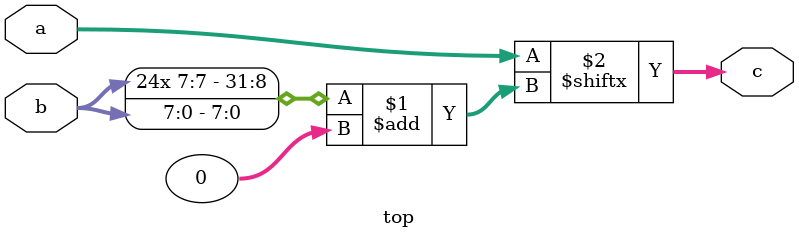
<source format=v>
module top(a, b, c);
  input [7:0] a;
  input [7:0] b;
  output [7:0] c;

  assign c = a[$signed(b) +: 8];
endmodule

</source>
